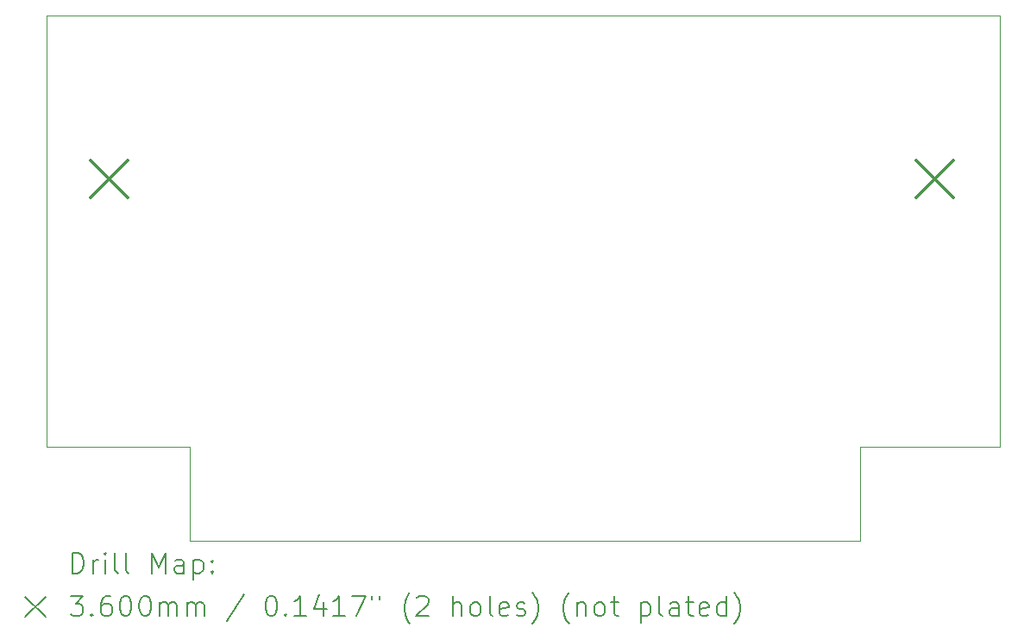
<source format=gbr>
%TF.GenerationSoftware,KiCad,Pcbnew,8.0.2*%
%TF.CreationDate,2024-05-08T12:07:27-04:00*%
%TF.ProjectId,SMS-to-GG,534d532d-746f-42d4-9747-2e6b69636164,4*%
%TF.SameCoordinates,Original*%
%TF.FileFunction,Drillmap*%
%TF.FilePolarity,Positive*%
%FSLAX45Y45*%
G04 Gerber Fmt 4.5, Leading zero omitted, Abs format (unit mm)*
G04 Created by KiCad (PCBNEW 8.0.2) date 2024-05-08 12:07:27*
%MOMM*%
%LPD*%
G01*
G04 APERTURE LIST*
%ADD10C,0.100000*%
%ADD11C,0.200000*%
%ADD12C,0.360000*%
G04 APERTURE END LIST*
D10*
X11790400Y-12954300D02*
X11790400Y-13881400D01*
X19740600Y-8722000D02*
X10386000Y-8722000D01*
X11790400Y-13881400D02*
X18369000Y-13881400D01*
X19740600Y-12954300D02*
X19740600Y-8722000D01*
X18369000Y-12954300D02*
X19740600Y-12954300D01*
X10386000Y-8722000D02*
X10386000Y-12954300D01*
X18369000Y-13881400D02*
X18369000Y-12954300D01*
X10386000Y-12954300D02*
X11790400Y-12954300D01*
D11*
D12*
X10822000Y-10150200D02*
X11182000Y-10510200D01*
X11182000Y-10150200D02*
X10822000Y-10510200D01*
X18924600Y-10150200D02*
X19284600Y-10510200D01*
X19284600Y-10150200D02*
X18924600Y-10510200D01*
D11*
X10641777Y-14197884D02*
X10641777Y-13997884D01*
X10641777Y-13997884D02*
X10689396Y-13997884D01*
X10689396Y-13997884D02*
X10717967Y-14007408D01*
X10717967Y-14007408D02*
X10737015Y-14026455D01*
X10737015Y-14026455D02*
X10746539Y-14045503D01*
X10746539Y-14045503D02*
X10756063Y-14083598D01*
X10756063Y-14083598D02*
X10756063Y-14112169D01*
X10756063Y-14112169D02*
X10746539Y-14150265D01*
X10746539Y-14150265D02*
X10737015Y-14169312D01*
X10737015Y-14169312D02*
X10717967Y-14188360D01*
X10717967Y-14188360D02*
X10689396Y-14197884D01*
X10689396Y-14197884D02*
X10641777Y-14197884D01*
X10841777Y-14197884D02*
X10841777Y-14064550D01*
X10841777Y-14102646D02*
X10851301Y-14083598D01*
X10851301Y-14083598D02*
X10860824Y-14074074D01*
X10860824Y-14074074D02*
X10879872Y-14064550D01*
X10879872Y-14064550D02*
X10898920Y-14064550D01*
X10965586Y-14197884D02*
X10965586Y-14064550D01*
X10965586Y-13997884D02*
X10956063Y-14007408D01*
X10956063Y-14007408D02*
X10965586Y-14016931D01*
X10965586Y-14016931D02*
X10975110Y-14007408D01*
X10975110Y-14007408D02*
X10965586Y-13997884D01*
X10965586Y-13997884D02*
X10965586Y-14016931D01*
X11089396Y-14197884D02*
X11070348Y-14188360D01*
X11070348Y-14188360D02*
X11060824Y-14169312D01*
X11060824Y-14169312D02*
X11060824Y-13997884D01*
X11194158Y-14197884D02*
X11175110Y-14188360D01*
X11175110Y-14188360D02*
X11165586Y-14169312D01*
X11165586Y-14169312D02*
X11165586Y-13997884D01*
X11422729Y-14197884D02*
X11422729Y-13997884D01*
X11422729Y-13997884D02*
X11489396Y-14140741D01*
X11489396Y-14140741D02*
X11556062Y-13997884D01*
X11556062Y-13997884D02*
X11556062Y-14197884D01*
X11737015Y-14197884D02*
X11737015Y-14093122D01*
X11737015Y-14093122D02*
X11727491Y-14074074D01*
X11727491Y-14074074D02*
X11708443Y-14064550D01*
X11708443Y-14064550D02*
X11670348Y-14064550D01*
X11670348Y-14064550D02*
X11651301Y-14074074D01*
X11737015Y-14188360D02*
X11717967Y-14197884D01*
X11717967Y-14197884D02*
X11670348Y-14197884D01*
X11670348Y-14197884D02*
X11651301Y-14188360D01*
X11651301Y-14188360D02*
X11641777Y-14169312D01*
X11641777Y-14169312D02*
X11641777Y-14150265D01*
X11641777Y-14150265D02*
X11651301Y-14131217D01*
X11651301Y-14131217D02*
X11670348Y-14121693D01*
X11670348Y-14121693D02*
X11717967Y-14121693D01*
X11717967Y-14121693D02*
X11737015Y-14112169D01*
X11832253Y-14064550D02*
X11832253Y-14264550D01*
X11832253Y-14074074D02*
X11851301Y-14064550D01*
X11851301Y-14064550D02*
X11889396Y-14064550D01*
X11889396Y-14064550D02*
X11908443Y-14074074D01*
X11908443Y-14074074D02*
X11917967Y-14083598D01*
X11917967Y-14083598D02*
X11927491Y-14102646D01*
X11927491Y-14102646D02*
X11927491Y-14159788D01*
X11927491Y-14159788D02*
X11917967Y-14178836D01*
X11917967Y-14178836D02*
X11908443Y-14188360D01*
X11908443Y-14188360D02*
X11889396Y-14197884D01*
X11889396Y-14197884D02*
X11851301Y-14197884D01*
X11851301Y-14197884D02*
X11832253Y-14188360D01*
X12013205Y-14178836D02*
X12022729Y-14188360D01*
X12022729Y-14188360D02*
X12013205Y-14197884D01*
X12013205Y-14197884D02*
X12003682Y-14188360D01*
X12003682Y-14188360D02*
X12013205Y-14178836D01*
X12013205Y-14178836D02*
X12013205Y-14197884D01*
X12013205Y-14074074D02*
X12022729Y-14083598D01*
X12022729Y-14083598D02*
X12013205Y-14093122D01*
X12013205Y-14093122D02*
X12003682Y-14083598D01*
X12003682Y-14083598D02*
X12013205Y-14074074D01*
X12013205Y-14074074D02*
X12013205Y-14093122D01*
X10181000Y-14426400D02*
X10381000Y-14626400D01*
X10381000Y-14426400D02*
X10181000Y-14626400D01*
X10622729Y-14417884D02*
X10746539Y-14417884D01*
X10746539Y-14417884D02*
X10679872Y-14494074D01*
X10679872Y-14494074D02*
X10708444Y-14494074D01*
X10708444Y-14494074D02*
X10727491Y-14503598D01*
X10727491Y-14503598D02*
X10737015Y-14513122D01*
X10737015Y-14513122D02*
X10746539Y-14532169D01*
X10746539Y-14532169D02*
X10746539Y-14579788D01*
X10746539Y-14579788D02*
X10737015Y-14598836D01*
X10737015Y-14598836D02*
X10727491Y-14608360D01*
X10727491Y-14608360D02*
X10708444Y-14617884D01*
X10708444Y-14617884D02*
X10651301Y-14617884D01*
X10651301Y-14617884D02*
X10632253Y-14608360D01*
X10632253Y-14608360D02*
X10622729Y-14598836D01*
X10832253Y-14598836D02*
X10841777Y-14608360D01*
X10841777Y-14608360D02*
X10832253Y-14617884D01*
X10832253Y-14617884D02*
X10822729Y-14608360D01*
X10822729Y-14608360D02*
X10832253Y-14598836D01*
X10832253Y-14598836D02*
X10832253Y-14617884D01*
X11013205Y-14417884D02*
X10975110Y-14417884D01*
X10975110Y-14417884D02*
X10956063Y-14427408D01*
X10956063Y-14427408D02*
X10946539Y-14436931D01*
X10946539Y-14436931D02*
X10927491Y-14465503D01*
X10927491Y-14465503D02*
X10917967Y-14503598D01*
X10917967Y-14503598D02*
X10917967Y-14579788D01*
X10917967Y-14579788D02*
X10927491Y-14598836D01*
X10927491Y-14598836D02*
X10937015Y-14608360D01*
X10937015Y-14608360D02*
X10956063Y-14617884D01*
X10956063Y-14617884D02*
X10994158Y-14617884D01*
X10994158Y-14617884D02*
X11013205Y-14608360D01*
X11013205Y-14608360D02*
X11022729Y-14598836D01*
X11022729Y-14598836D02*
X11032253Y-14579788D01*
X11032253Y-14579788D02*
X11032253Y-14532169D01*
X11032253Y-14532169D02*
X11022729Y-14513122D01*
X11022729Y-14513122D02*
X11013205Y-14503598D01*
X11013205Y-14503598D02*
X10994158Y-14494074D01*
X10994158Y-14494074D02*
X10956063Y-14494074D01*
X10956063Y-14494074D02*
X10937015Y-14503598D01*
X10937015Y-14503598D02*
X10927491Y-14513122D01*
X10927491Y-14513122D02*
X10917967Y-14532169D01*
X11156063Y-14417884D02*
X11175110Y-14417884D01*
X11175110Y-14417884D02*
X11194158Y-14427408D01*
X11194158Y-14427408D02*
X11203682Y-14436931D01*
X11203682Y-14436931D02*
X11213205Y-14455979D01*
X11213205Y-14455979D02*
X11222729Y-14494074D01*
X11222729Y-14494074D02*
X11222729Y-14541693D01*
X11222729Y-14541693D02*
X11213205Y-14579788D01*
X11213205Y-14579788D02*
X11203682Y-14598836D01*
X11203682Y-14598836D02*
X11194158Y-14608360D01*
X11194158Y-14608360D02*
X11175110Y-14617884D01*
X11175110Y-14617884D02*
X11156063Y-14617884D01*
X11156063Y-14617884D02*
X11137015Y-14608360D01*
X11137015Y-14608360D02*
X11127491Y-14598836D01*
X11127491Y-14598836D02*
X11117967Y-14579788D01*
X11117967Y-14579788D02*
X11108444Y-14541693D01*
X11108444Y-14541693D02*
X11108444Y-14494074D01*
X11108444Y-14494074D02*
X11117967Y-14455979D01*
X11117967Y-14455979D02*
X11127491Y-14436931D01*
X11127491Y-14436931D02*
X11137015Y-14427408D01*
X11137015Y-14427408D02*
X11156063Y-14417884D01*
X11346539Y-14417884D02*
X11365586Y-14417884D01*
X11365586Y-14417884D02*
X11384634Y-14427408D01*
X11384634Y-14427408D02*
X11394158Y-14436931D01*
X11394158Y-14436931D02*
X11403682Y-14455979D01*
X11403682Y-14455979D02*
X11413205Y-14494074D01*
X11413205Y-14494074D02*
X11413205Y-14541693D01*
X11413205Y-14541693D02*
X11403682Y-14579788D01*
X11403682Y-14579788D02*
X11394158Y-14598836D01*
X11394158Y-14598836D02*
X11384634Y-14608360D01*
X11384634Y-14608360D02*
X11365586Y-14617884D01*
X11365586Y-14617884D02*
X11346539Y-14617884D01*
X11346539Y-14617884D02*
X11327491Y-14608360D01*
X11327491Y-14608360D02*
X11317967Y-14598836D01*
X11317967Y-14598836D02*
X11308443Y-14579788D01*
X11308443Y-14579788D02*
X11298920Y-14541693D01*
X11298920Y-14541693D02*
X11298920Y-14494074D01*
X11298920Y-14494074D02*
X11308443Y-14455979D01*
X11308443Y-14455979D02*
X11317967Y-14436931D01*
X11317967Y-14436931D02*
X11327491Y-14427408D01*
X11327491Y-14427408D02*
X11346539Y-14417884D01*
X11498920Y-14617884D02*
X11498920Y-14484550D01*
X11498920Y-14503598D02*
X11508443Y-14494074D01*
X11508443Y-14494074D02*
X11527491Y-14484550D01*
X11527491Y-14484550D02*
X11556063Y-14484550D01*
X11556063Y-14484550D02*
X11575110Y-14494074D01*
X11575110Y-14494074D02*
X11584634Y-14513122D01*
X11584634Y-14513122D02*
X11584634Y-14617884D01*
X11584634Y-14513122D02*
X11594158Y-14494074D01*
X11594158Y-14494074D02*
X11613205Y-14484550D01*
X11613205Y-14484550D02*
X11641777Y-14484550D01*
X11641777Y-14484550D02*
X11660824Y-14494074D01*
X11660824Y-14494074D02*
X11670348Y-14513122D01*
X11670348Y-14513122D02*
X11670348Y-14617884D01*
X11765586Y-14617884D02*
X11765586Y-14484550D01*
X11765586Y-14503598D02*
X11775110Y-14494074D01*
X11775110Y-14494074D02*
X11794158Y-14484550D01*
X11794158Y-14484550D02*
X11822729Y-14484550D01*
X11822729Y-14484550D02*
X11841777Y-14494074D01*
X11841777Y-14494074D02*
X11851301Y-14513122D01*
X11851301Y-14513122D02*
X11851301Y-14617884D01*
X11851301Y-14513122D02*
X11860824Y-14494074D01*
X11860824Y-14494074D02*
X11879872Y-14484550D01*
X11879872Y-14484550D02*
X11908443Y-14484550D01*
X11908443Y-14484550D02*
X11927491Y-14494074D01*
X11927491Y-14494074D02*
X11937015Y-14513122D01*
X11937015Y-14513122D02*
X11937015Y-14617884D01*
X12327491Y-14408360D02*
X12156063Y-14665503D01*
X12584634Y-14417884D02*
X12603682Y-14417884D01*
X12603682Y-14417884D02*
X12622729Y-14427408D01*
X12622729Y-14427408D02*
X12632253Y-14436931D01*
X12632253Y-14436931D02*
X12641777Y-14455979D01*
X12641777Y-14455979D02*
X12651301Y-14494074D01*
X12651301Y-14494074D02*
X12651301Y-14541693D01*
X12651301Y-14541693D02*
X12641777Y-14579788D01*
X12641777Y-14579788D02*
X12632253Y-14598836D01*
X12632253Y-14598836D02*
X12622729Y-14608360D01*
X12622729Y-14608360D02*
X12603682Y-14617884D01*
X12603682Y-14617884D02*
X12584634Y-14617884D01*
X12584634Y-14617884D02*
X12565586Y-14608360D01*
X12565586Y-14608360D02*
X12556063Y-14598836D01*
X12556063Y-14598836D02*
X12546539Y-14579788D01*
X12546539Y-14579788D02*
X12537015Y-14541693D01*
X12537015Y-14541693D02*
X12537015Y-14494074D01*
X12537015Y-14494074D02*
X12546539Y-14455979D01*
X12546539Y-14455979D02*
X12556063Y-14436931D01*
X12556063Y-14436931D02*
X12565586Y-14427408D01*
X12565586Y-14427408D02*
X12584634Y-14417884D01*
X12737015Y-14598836D02*
X12746539Y-14608360D01*
X12746539Y-14608360D02*
X12737015Y-14617884D01*
X12737015Y-14617884D02*
X12727491Y-14608360D01*
X12727491Y-14608360D02*
X12737015Y-14598836D01*
X12737015Y-14598836D02*
X12737015Y-14617884D01*
X12937015Y-14617884D02*
X12822729Y-14617884D01*
X12879872Y-14617884D02*
X12879872Y-14417884D01*
X12879872Y-14417884D02*
X12860825Y-14446455D01*
X12860825Y-14446455D02*
X12841777Y-14465503D01*
X12841777Y-14465503D02*
X12822729Y-14475027D01*
X13108444Y-14484550D02*
X13108444Y-14617884D01*
X13060825Y-14408360D02*
X13013206Y-14551217D01*
X13013206Y-14551217D02*
X13137015Y-14551217D01*
X13317967Y-14617884D02*
X13203682Y-14617884D01*
X13260825Y-14617884D02*
X13260825Y-14417884D01*
X13260825Y-14417884D02*
X13241777Y-14446455D01*
X13241777Y-14446455D02*
X13222729Y-14465503D01*
X13222729Y-14465503D02*
X13203682Y-14475027D01*
X13384634Y-14417884D02*
X13517967Y-14417884D01*
X13517967Y-14417884D02*
X13432253Y-14617884D01*
X13584634Y-14417884D02*
X13584634Y-14455979D01*
X13660825Y-14417884D02*
X13660825Y-14455979D01*
X13956063Y-14694074D02*
X13946539Y-14684550D01*
X13946539Y-14684550D02*
X13927491Y-14655979D01*
X13927491Y-14655979D02*
X13917968Y-14636931D01*
X13917968Y-14636931D02*
X13908444Y-14608360D01*
X13908444Y-14608360D02*
X13898920Y-14560741D01*
X13898920Y-14560741D02*
X13898920Y-14522646D01*
X13898920Y-14522646D02*
X13908444Y-14475027D01*
X13908444Y-14475027D02*
X13917968Y-14446455D01*
X13917968Y-14446455D02*
X13927491Y-14427408D01*
X13927491Y-14427408D02*
X13946539Y-14398836D01*
X13946539Y-14398836D02*
X13956063Y-14389312D01*
X14022729Y-14436931D02*
X14032253Y-14427408D01*
X14032253Y-14427408D02*
X14051301Y-14417884D01*
X14051301Y-14417884D02*
X14098920Y-14417884D01*
X14098920Y-14417884D02*
X14117968Y-14427408D01*
X14117968Y-14427408D02*
X14127491Y-14436931D01*
X14127491Y-14436931D02*
X14137015Y-14455979D01*
X14137015Y-14455979D02*
X14137015Y-14475027D01*
X14137015Y-14475027D02*
X14127491Y-14503598D01*
X14127491Y-14503598D02*
X14013206Y-14617884D01*
X14013206Y-14617884D02*
X14137015Y-14617884D01*
X14375110Y-14617884D02*
X14375110Y-14417884D01*
X14460825Y-14617884D02*
X14460825Y-14513122D01*
X14460825Y-14513122D02*
X14451301Y-14494074D01*
X14451301Y-14494074D02*
X14432253Y-14484550D01*
X14432253Y-14484550D02*
X14403682Y-14484550D01*
X14403682Y-14484550D02*
X14384634Y-14494074D01*
X14384634Y-14494074D02*
X14375110Y-14503598D01*
X14584634Y-14617884D02*
X14565587Y-14608360D01*
X14565587Y-14608360D02*
X14556063Y-14598836D01*
X14556063Y-14598836D02*
X14546539Y-14579788D01*
X14546539Y-14579788D02*
X14546539Y-14522646D01*
X14546539Y-14522646D02*
X14556063Y-14503598D01*
X14556063Y-14503598D02*
X14565587Y-14494074D01*
X14565587Y-14494074D02*
X14584634Y-14484550D01*
X14584634Y-14484550D02*
X14613206Y-14484550D01*
X14613206Y-14484550D02*
X14632253Y-14494074D01*
X14632253Y-14494074D02*
X14641777Y-14503598D01*
X14641777Y-14503598D02*
X14651301Y-14522646D01*
X14651301Y-14522646D02*
X14651301Y-14579788D01*
X14651301Y-14579788D02*
X14641777Y-14598836D01*
X14641777Y-14598836D02*
X14632253Y-14608360D01*
X14632253Y-14608360D02*
X14613206Y-14617884D01*
X14613206Y-14617884D02*
X14584634Y-14617884D01*
X14765587Y-14617884D02*
X14746539Y-14608360D01*
X14746539Y-14608360D02*
X14737015Y-14589312D01*
X14737015Y-14589312D02*
X14737015Y-14417884D01*
X14917968Y-14608360D02*
X14898920Y-14617884D01*
X14898920Y-14617884D02*
X14860825Y-14617884D01*
X14860825Y-14617884D02*
X14841777Y-14608360D01*
X14841777Y-14608360D02*
X14832253Y-14589312D01*
X14832253Y-14589312D02*
X14832253Y-14513122D01*
X14832253Y-14513122D02*
X14841777Y-14494074D01*
X14841777Y-14494074D02*
X14860825Y-14484550D01*
X14860825Y-14484550D02*
X14898920Y-14484550D01*
X14898920Y-14484550D02*
X14917968Y-14494074D01*
X14917968Y-14494074D02*
X14927491Y-14513122D01*
X14927491Y-14513122D02*
X14927491Y-14532169D01*
X14927491Y-14532169D02*
X14832253Y-14551217D01*
X15003682Y-14608360D02*
X15022730Y-14617884D01*
X15022730Y-14617884D02*
X15060825Y-14617884D01*
X15060825Y-14617884D02*
X15079872Y-14608360D01*
X15079872Y-14608360D02*
X15089396Y-14589312D01*
X15089396Y-14589312D02*
X15089396Y-14579788D01*
X15089396Y-14579788D02*
X15079872Y-14560741D01*
X15079872Y-14560741D02*
X15060825Y-14551217D01*
X15060825Y-14551217D02*
X15032253Y-14551217D01*
X15032253Y-14551217D02*
X15013206Y-14541693D01*
X15013206Y-14541693D02*
X15003682Y-14522646D01*
X15003682Y-14522646D02*
X15003682Y-14513122D01*
X15003682Y-14513122D02*
X15013206Y-14494074D01*
X15013206Y-14494074D02*
X15032253Y-14484550D01*
X15032253Y-14484550D02*
X15060825Y-14484550D01*
X15060825Y-14484550D02*
X15079872Y-14494074D01*
X15156063Y-14694074D02*
X15165587Y-14684550D01*
X15165587Y-14684550D02*
X15184634Y-14655979D01*
X15184634Y-14655979D02*
X15194158Y-14636931D01*
X15194158Y-14636931D02*
X15203682Y-14608360D01*
X15203682Y-14608360D02*
X15213206Y-14560741D01*
X15213206Y-14560741D02*
X15213206Y-14522646D01*
X15213206Y-14522646D02*
X15203682Y-14475027D01*
X15203682Y-14475027D02*
X15194158Y-14446455D01*
X15194158Y-14446455D02*
X15184634Y-14427408D01*
X15184634Y-14427408D02*
X15165587Y-14398836D01*
X15165587Y-14398836D02*
X15156063Y-14389312D01*
X15517968Y-14694074D02*
X15508444Y-14684550D01*
X15508444Y-14684550D02*
X15489396Y-14655979D01*
X15489396Y-14655979D02*
X15479872Y-14636931D01*
X15479872Y-14636931D02*
X15470349Y-14608360D01*
X15470349Y-14608360D02*
X15460825Y-14560741D01*
X15460825Y-14560741D02*
X15460825Y-14522646D01*
X15460825Y-14522646D02*
X15470349Y-14475027D01*
X15470349Y-14475027D02*
X15479872Y-14446455D01*
X15479872Y-14446455D02*
X15489396Y-14427408D01*
X15489396Y-14427408D02*
X15508444Y-14398836D01*
X15508444Y-14398836D02*
X15517968Y-14389312D01*
X15594158Y-14484550D02*
X15594158Y-14617884D01*
X15594158Y-14503598D02*
X15603682Y-14494074D01*
X15603682Y-14494074D02*
X15622730Y-14484550D01*
X15622730Y-14484550D02*
X15651301Y-14484550D01*
X15651301Y-14484550D02*
X15670349Y-14494074D01*
X15670349Y-14494074D02*
X15679872Y-14513122D01*
X15679872Y-14513122D02*
X15679872Y-14617884D01*
X15803682Y-14617884D02*
X15784634Y-14608360D01*
X15784634Y-14608360D02*
X15775111Y-14598836D01*
X15775111Y-14598836D02*
X15765587Y-14579788D01*
X15765587Y-14579788D02*
X15765587Y-14522646D01*
X15765587Y-14522646D02*
X15775111Y-14503598D01*
X15775111Y-14503598D02*
X15784634Y-14494074D01*
X15784634Y-14494074D02*
X15803682Y-14484550D01*
X15803682Y-14484550D02*
X15832253Y-14484550D01*
X15832253Y-14484550D02*
X15851301Y-14494074D01*
X15851301Y-14494074D02*
X15860825Y-14503598D01*
X15860825Y-14503598D02*
X15870349Y-14522646D01*
X15870349Y-14522646D02*
X15870349Y-14579788D01*
X15870349Y-14579788D02*
X15860825Y-14598836D01*
X15860825Y-14598836D02*
X15851301Y-14608360D01*
X15851301Y-14608360D02*
X15832253Y-14617884D01*
X15832253Y-14617884D02*
X15803682Y-14617884D01*
X15927492Y-14484550D02*
X16003682Y-14484550D01*
X15956063Y-14417884D02*
X15956063Y-14589312D01*
X15956063Y-14589312D02*
X15965587Y-14608360D01*
X15965587Y-14608360D02*
X15984634Y-14617884D01*
X15984634Y-14617884D02*
X16003682Y-14617884D01*
X16222730Y-14484550D02*
X16222730Y-14684550D01*
X16222730Y-14494074D02*
X16241777Y-14484550D01*
X16241777Y-14484550D02*
X16279873Y-14484550D01*
X16279873Y-14484550D02*
X16298920Y-14494074D01*
X16298920Y-14494074D02*
X16308444Y-14503598D01*
X16308444Y-14503598D02*
X16317968Y-14522646D01*
X16317968Y-14522646D02*
X16317968Y-14579788D01*
X16317968Y-14579788D02*
X16308444Y-14598836D01*
X16308444Y-14598836D02*
X16298920Y-14608360D01*
X16298920Y-14608360D02*
X16279873Y-14617884D01*
X16279873Y-14617884D02*
X16241777Y-14617884D01*
X16241777Y-14617884D02*
X16222730Y-14608360D01*
X16432253Y-14617884D02*
X16413206Y-14608360D01*
X16413206Y-14608360D02*
X16403682Y-14589312D01*
X16403682Y-14589312D02*
X16403682Y-14417884D01*
X16594158Y-14617884D02*
X16594158Y-14513122D01*
X16594158Y-14513122D02*
X16584634Y-14494074D01*
X16584634Y-14494074D02*
X16565587Y-14484550D01*
X16565587Y-14484550D02*
X16527492Y-14484550D01*
X16527492Y-14484550D02*
X16508444Y-14494074D01*
X16594158Y-14608360D02*
X16575111Y-14617884D01*
X16575111Y-14617884D02*
X16527492Y-14617884D01*
X16527492Y-14617884D02*
X16508444Y-14608360D01*
X16508444Y-14608360D02*
X16498920Y-14589312D01*
X16498920Y-14589312D02*
X16498920Y-14570265D01*
X16498920Y-14570265D02*
X16508444Y-14551217D01*
X16508444Y-14551217D02*
X16527492Y-14541693D01*
X16527492Y-14541693D02*
X16575111Y-14541693D01*
X16575111Y-14541693D02*
X16594158Y-14532169D01*
X16660825Y-14484550D02*
X16737015Y-14484550D01*
X16689396Y-14417884D02*
X16689396Y-14589312D01*
X16689396Y-14589312D02*
X16698920Y-14608360D01*
X16698920Y-14608360D02*
X16717968Y-14617884D01*
X16717968Y-14617884D02*
X16737015Y-14617884D01*
X16879873Y-14608360D02*
X16860825Y-14617884D01*
X16860825Y-14617884D02*
X16822730Y-14617884D01*
X16822730Y-14617884D02*
X16803682Y-14608360D01*
X16803682Y-14608360D02*
X16794158Y-14589312D01*
X16794158Y-14589312D02*
X16794158Y-14513122D01*
X16794158Y-14513122D02*
X16803682Y-14494074D01*
X16803682Y-14494074D02*
X16822730Y-14484550D01*
X16822730Y-14484550D02*
X16860825Y-14484550D01*
X16860825Y-14484550D02*
X16879873Y-14494074D01*
X16879873Y-14494074D02*
X16889396Y-14513122D01*
X16889396Y-14513122D02*
X16889396Y-14532169D01*
X16889396Y-14532169D02*
X16794158Y-14551217D01*
X17060825Y-14617884D02*
X17060825Y-14417884D01*
X17060825Y-14608360D02*
X17041777Y-14617884D01*
X17041777Y-14617884D02*
X17003682Y-14617884D01*
X17003682Y-14617884D02*
X16984635Y-14608360D01*
X16984635Y-14608360D02*
X16975111Y-14598836D01*
X16975111Y-14598836D02*
X16965587Y-14579788D01*
X16965587Y-14579788D02*
X16965587Y-14522646D01*
X16965587Y-14522646D02*
X16975111Y-14503598D01*
X16975111Y-14503598D02*
X16984635Y-14494074D01*
X16984635Y-14494074D02*
X17003682Y-14484550D01*
X17003682Y-14484550D02*
X17041777Y-14484550D01*
X17041777Y-14484550D02*
X17060825Y-14494074D01*
X17137016Y-14694074D02*
X17146539Y-14684550D01*
X17146539Y-14684550D02*
X17165587Y-14655979D01*
X17165587Y-14655979D02*
X17175111Y-14636931D01*
X17175111Y-14636931D02*
X17184635Y-14608360D01*
X17184635Y-14608360D02*
X17194158Y-14560741D01*
X17194158Y-14560741D02*
X17194158Y-14522646D01*
X17194158Y-14522646D02*
X17184635Y-14475027D01*
X17184635Y-14475027D02*
X17175111Y-14446455D01*
X17175111Y-14446455D02*
X17165587Y-14427408D01*
X17165587Y-14427408D02*
X17146539Y-14398836D01*
X17146539Y-14398836D02*
X17137016Y-14389312D01*
M02*

</source>
